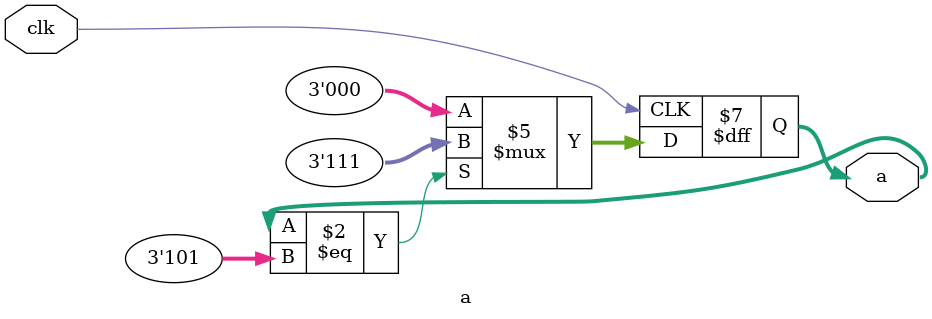
<source format=v>
`timescale 1ns / 1ps
module a(
	input clk,
	output reg[2:0] a
    );
initial begin
    a<=3'b101;
end
always @(negedge clk) begin
    if(a==3'b101)begin
        a<=3'b111;
    end
    else begin
        a<=3'b000;
    end

end

endmodule

</source>
